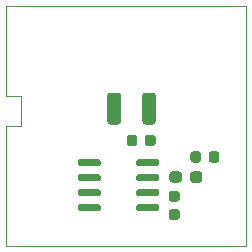
<source format=gbr>
%TF.GenerationSoftware,KiCad,Pcbnew,(5.1.9)-1*%
%TF.CreationDate,2021-06-01T15:36:46+02:00*%
%TF.ProjectId,18_Mesure_Courant,31385f4d-6573-4757-9265-5f436f757261,rev?*%
%TF.SameCoordinates,Original*%
%TF.FileFunction,Paste,Top*%
%TF.FilePolarity,Positive*%
%FSLAX46Y46*%
G04 Gerber Fmt 4.6, Leading zero omitted, Abs format (unit mm)*
G04 Created by KiCad (PCBNEW (5.1.9)-1) date 2021-06-01 15:36:46*
%MOMM*%
%LPD*%
G01*
G04 APERTURE LIST*
%TA.AperFunction,Profile*%
%ADD10C,0.050000*%
%TD*%
G04 APERTURE END LIST*
D10*
X101600000Y-69850000D02*
X100330000Y-69850000D01*
X101600000Y-72390000D02*
X101600000Y-69850000D01*
X100330000Y-72390000D02*
X101600000Y-72390000D01*
X100330000Y-82550000D02*
X120650000Y-82550000D01*
X100330000Y-62230000D02*
X101600000Y-62230000D01*
X100330000Y-64770000D02*
X100330000Y-62230000D01*
X100330000Y-69850000D02*
X100330000Y-67310000D01*
X120650000Y-62230000D02*
X120650000Y-82550000D01*
X101600000Y-62230000D02*
X120650000Y-62230000D01*
X100330000Y-80010000D02*
X100330000Y-82550000D01*
X100330000Y-64770000D02*
X100330000Y-67310000D01*
X100330000Y-80010000D02*
X100330000Y-72390000D01*
%TO.C,R1*%
G36*
G01*
X115890000Y-76977500D02*
X115890000Y-76502500D01*
G75*
G02*
X116127500Y-76265000I237500J0D01*
G01*
X116702500Y-76265000D01*
G75*
G02*
X116940000Y-76502500I0J-237500D01*
G01*
X116940000Y-76977500D01*
G75*
G02*
X116702500Y-77215000I-237500J0D01*
G01*
X116127500Y-77215000D01*
G75*
G02*
X115890000Y-76977500I0J237500D01*
G01*
G37*
G36*
G01*
X114140000Y-76977500D02*
X114140000Y-76502500D01*
G75*
G02*
X114377500Y-76265000I237500J0D01*
G01*
X114952500Y-76265000D01*
G75*
G02*
X115190000Y-76502500I0J-237500D01*
G01*
X115190000Y-76977500D01*
G75*
G02*
X114952500Y-77215000I-237500J0D01*
G01*
X114377500Y-77215000D01*
G75*
G02*
X114140000Y-76977500I0J237500D01*
G01*
G37*
%TD*%
%TO.C,C1*%
G36*
G01*
X111415000Y-73390000D02*
X111415000Y-73890000D01*
G75*
G02*
X111190000Y-74115000I-225000J0D01*
G01*
X110740000Y-74115000D01*
G75*
G02*
X110515000Y-73890000I0J225000D01*
G01*
X110515000Y-73390000D01*
G75*
G02*
X110740000Y-73165000I225000J0D01*
G01*
X111190000Y-73165000D01*
G75*
G02*
X111415000Y-73390000I0J-225000D01*
G01*
G37*
G36*
G01*
X112965000Y-73390000D02*
X112965000Y-73890000D01*
G75*
G02*
X112740000Y-74115000I-225000J0D01*
G01*
X112290000Y-74115000D01*
G75*
G02*
X112065000Y-73890000I0J225000D01*
G01*
X112065000Y-73390000D01*
G75*
G02*
X112290000Y-73165000I225000J0D01*
G01*
X112740000Y-73165000D01*
G75*
G02*
X112965000Y-73390000I0J-225000D01*
G01*
G37*
%TD*%
%TO.C,C2*%
G36*
G01*
X110040000Y-69839999D02*
X110040000Y-72040001D01*
G75*
G02*
X109790001Y-72290000I-249999J0D01*
G01*
X109139999Y-72290000D01*
G75*
G02*
X108890000Y-72040001I0J249999D01*
G01*
X108890000Y-69839999D01*
G75*
G02*
X109139999Y-69590000I249999J0D01*
G01*
X109790001Y-69590000D01*
G75*
G02*
X110040000Y-69839999I0J-249999D01*
G01*
G37*
G36*
G01*
X112990000Y-69839999D02*
X112990000Y-72040001D01*
G75*
G02*
X112740001Y-72290000I-249999J0D01*
G01*
X112089999Y-72290000D01*
G75*
G02*
X111840000Y-72040001I0J249999D01*
G01*
X111840000Y-69839999D01*
G75*
G02*
X112089999Y-69590000I249999J0D01*
G01*
X112740001Y-69590000D01*
G75*
G02*
X112990000Y-69839999I0J-249999D01*
G01*
G37*
%TD*%
%TO.C,C3*%
G36*
G01*
X117465000Y-75290000D02*
X117465000Y-74790000D01*
G75*
G02*
X117690000Y-74565000I225000J0D01*
G01*
X118140000Y-74565000D01*
G75*
G02*
X118365000Y-74790000I0J-225000D01*
G01*
X118365000Y-75290000D01*
G75*
G02*
X118140000Y-75515000I-225000J0D01*
G01*
X117690000Y-75515000D01*
G75*
G02*
X117465000Y-75290000I0J225000D01*
G01*
G37*
G36*
G01*
X115915000Y-75290000D02*
X115915000Y-74790000D01*
G75*
G02*
X116140000Y-74565000I225000J0D01*
G01*
X116590000Y-74565000D01*
G75*
G02*
X116815000Y-74790000I0J-225000D01*
G01*
X116815000Y-75290000D01*
G75*
G02*
X116590000Y-75515000I-225000J0D01*
G01*
X116140000Y-75515000D01*
G75*
G02*
X115915000Y-75290000I0J225000D01*
G01*
G37*
%TD*%
%TO.C,C4*%
G36*
G01*
X114290000Y-79465000D02*
X114790000Y-79465000D01*
G75*
G02*
X115015000Y-79690000I0J-225000D01*
G01*
X115015000Y-80140000D01*
G75*
G02*
X114790000Y-80365000I-225000J0D01*
G01*
X114290000Y-80365000D01*
G75*
G02*
X114065000Y-80140000I0J225000D01*
G01*
X114065000Y-79690000D01*
G75*
G02*
X114290000Y-79465000I225000J0D01*
G01*
G37*
G36*
G01*
X114290000Y-77915000D02*
X114790000Y-77915000D01*
G75*
G02*
X115015000Y-78140000I0J-225000D01*
G01*
X115015000Y-78590000D01*
G75*
G02*
X114790000Y-78815000I-225000J0D01*
G01*
X114290000Y-78815000D01*
G75*
G02*
X114065000Y-78590000I0J225000D01*
G01*
X114065000Y-78140000D01*
G75*
G02*
X114290000Y-77915000I225000J0D01*
G01*
G37*
%TD*%
%TO.C,U1*%
G36*
G01*
X111340000Y-75685000D02*
X111340000Y-75385000D01*
G75*
G02*
X111490000Y-75235000I150000J0D01*
G01*
X113140000Y-75235000D01*
G75*
G02*
X113290000Y-75385000I0J-150000D01*
G01*
X113290000Y-75685000D01*
G75*
G02*
X113140000Y-75835000I-150000J0D01*
G01*
X111490000Y-75835000D01*
G75*
G02*
X111340000Y-75685000I0J150000D01*
G01*
G37*
G36*
G01*
X111340000Y-76955000D02*
X111340000Y-76655000D01*
G75*
G02*
X111490000Y-76505000I150000J0D01*
G01*
X113140000Y-76505000D01*
G75*
G02*
X113290000Y-76655000I0J-150000D01*
G01*
X113290000Y-76955000D01*
G75*
G02*
X113140000Y-77105000I-150000J0D01*
G01*
X111490000Y-77105000D01*
G75*
G02*
X111340000Y-76955000I0J150000D01*
G01*
G37*
G36*
G01*
X111340000Y-78225000D02*
X111340000Y-77925000D01*
G75*
G02*
X111490000Y-77775000I150000J0D01*
G01*
X113140000Y-77775000D01*
G75*
G02*
X113290000Y-77925000I0J-150000D01*
G01*
X113290000Y-78225000D01*
G75*
G02*
X113140000Y-78375000I-150000J0D01*
G01*
X111490000Y-78375000D01*
G75*
G02*
X111340000Y-78225000I0J150000D01*
G01*
G37*
G36*
G01*
X111340000Y-79495000D02*
X111340000Y-79195000D01*
G75*
G02*
X111490000Y-79045000I150000J0D01*
G01*
X113140000Y-79045000D01*
G75*
G02*
X113290000Y-79195000I0J-150000D01*
G01*
X113290000Y-79495000D01*
G75*
G02*
X113140000Y-79645000I-150000J0D01*
G01*
X111490000Y-79645000D01*
G75*
G02*
X111340000Y-79495000I0J150000D01*
G01*
G37*
G36*
G01*
X106390000Y-79495000D02*
X106390000Y-79195000D01*
G75*
G02*
X106540000Y-79045000I150000J0D01*
G01*
X108190000Y-79045000D01*
G75*
G02*
X108340000Y-79195000I0J-150000D01*
G01*
X108340000Y-79495000D01*
G75*
G02*
X108190000Y-79645000I-150000J0D01*
G01*
X106540000Y-79645000D01*
G75*
G02*
X106390000Y-79495000I0J150000D01*
G01*
G37*
G36*
G01*
X106390000Y-78225000D02*
X106390000Y-77925000D01*
G75*
G02*
X106540000Y-77775000I150000J0D01*
G01*
X108190000Y-77775000D01*
G75*
G02*
X108340000Y-77925000I0J-150000D01*
G01*
X108340000Y-78225000D01*
G75*
G02*
X108190000Y-78375000I-150000J0D01*
G01*
X106540000Y-78375000D01*
G75*
G02*
X106390000Y-78225000I0J150000D01*
G01*
G37*
G36*
G01*
X106390000Y-76955000D02*
X106390000Y-76655000D01*
G75*
G02*
X106540000Y-76505000I150000J0D01*
G01*
X108190000Y-76505000D01*
G75*
G02*
X108340000Y-76655000I0J-150000D01*
G01*
X108340000Y-76955000D01*
G75*
G02*
X108190000Y-77105000I-150000J0D01*
G01*
X106540000Y-77105000D01*
G75*
G02*
X106390000Y-76955000I0J150000D01*
G01*
G37*
G36*
G01*
X106390000Y-75685000D02*
X106390000Y-75385000D01*
G75*
G02*
X106540000Y-75235000I150000J0D01*
G01*
X108190000Y-75235000D01*
G75*
G02*
X108340000Y-75385000I0J-150000D01*
G01*
X108340000Y-75685000D01*
G75*
G02*
X108190000Y-75835000I-150000J0D01*
G01*
X106540000Y-75835000D01*
G75*
G02*
X106390000Y-75685000I0J150000D01*
G01*
G37*
%TD*%
M02*

</source>
